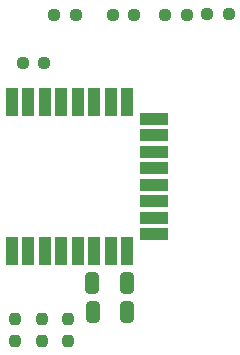
<source format=gtp>
%TF.GenerationSoftware,KiCad,Pcbnew,7.0.10*%
%TF.CreationDate,2024-03-15T22:51:05-04:00*%
%TF.ProjectId,DW1000 BU-01,44573130-3030-4204-9255-2d30312e6b69,rev?*%
%TF.SameCoordinates,Original*%
%TF.FileFunction,Paste,Top*%
%TF.FilePolarity,Positive*%
%FSLAX46Y46*%
G04 Gerber Fmt 4.6, Leading zero omitted, Abs format (unit mm)*
G04 Created by KiCad (PCBNEW 7.0.10) date 2024-03-15 22:51:05*
%MOMM*%
%LPD*%
G01*
G04 APERTURE LIST*
G04 Aperture macros list*
%AMRoundRect*
0 Rectangle with rounded corners*
0 $1 Rounding radius*
0 $2 $3 $4 $5 $6 $7 $8 $9 X,Y pos of 4 corners*
0 Add a 4 corners polygon primitive as box body*
4,1,4,$2,$3,$4,$5,$6,$7,$8,$9,$2,$3,0*
0 Add four circle primitives for the rounded corners*
1,1,$1+$1,$2,$3*
1,1,$1+$1,$4,$5*
1,1,$1+$1,$6,$7*
1,1,$1+$1,$8,$9*
0 Add four rect primitives between the rounded corners*
20,1,$1+$1,$2,$3,$4,$5,0*
20,1,$1+$1,$4,$5,$6,$7,0*
20,1,$1+$1,$6,$7,$8,$9,0*
20,1,$1+$1,$8,$9,$2,$3,0*%
G04 Aperture macros list end*
%ADD10RoundRect,0.237500X0.250000X0.237500X-0.250000X0.237500X-0.250000X-0.237500X0.250000X-0.237500X0*%
%ADD11RoundRect,0.250000X-0.325000X-0.650000X0.325000X-0.650000X0.325000X0.650000X-0.325000X0.650000X0*%
%ADD12RoundRect,0.237500X-0.237500X0.250000X-0.237500X-0.250000X0.237500X-0.250000X0.237500X0.250000X0*%
%ADD13R,1.000000X2.450000*%
%ADD14R,2.450000X1.000000*%
%ADD15RoundRect,0.237500X-0.250000X-0.237500X0.250000X-0.237500X0.250000X0.237500X-0.250000X0.237500X0*%
G04 APERTURE END LIST*
D10*
%TO.C,R5*%
X3198500Y-10160000D03*
X1373500Y-10160000D03*
%TD*%
D11*
%TO.C,C2*%
X7275000Y-28750000D03*
X10225000Y-28750000D03*
%TD*%
%TO.C,C1*%
X7300000Y-31250000D03*
X10250000Y-31250000D03*
%TD*%
D12*
%TO.C,R7*%
X3000000Y-31837500D03*
X3000000Y-33662500D03*
%TD*%
D10*
%TO.C,R3*%
X15287000Y-6096000D03*
X13462000Y-6096000D03*
%TD*%
D13*
%TO.C,DWM1*%
X451200Y-26050000D03*
X1851200Y-26050000D03*
X3251200Y-26050000D03*
X4651200Y-26050000D03*
X6051200Y-26050000D03*
X7451200Y-26050000D03*
X8851200Y-26050000D03*
X10251200Y-26050000D03*
D14*
X12546200Y-24650000D03*
X12546200Y-23250000D03*
X12546200Y-21850000D03*
X12546200Y-20450000D03*
X12546200Y-19050000D03*
X12546200Y-17650000D03*
X12546200Y-16250000D03*
X12546200Y-14850000D03*
D13*
X10250000Y-13450000D03*
X8850000Y-13450000D03*
X7451200Y-13450000D03*
X6051200Y-13450000D03*
X4651200Y-13450000D03*
X3251200Y-13450000D03*
X1851200Y-13450000D03*
X451200Y-13450000D03*
%TD*%
D10*
%TO.C,R2*%
X10818500Y-6096000D03*
X8993500Y-6096000D03*
%TD*%
D15*
%TO.C,R4*%
X16994500Y-6000000D03*
X18819500Y-6000000D03*
%TD*%
D10*
%TO.C,R1*%
X5865500Y-6096000D03*
X4040500Y-6096000D03*
%TD*%
D12*
%TO.C,R6*%
X750000Y-31837500D03*
X750000Y-33662500D03*
%TD*%
%TO.C,R8*%
X5250000Y-31837500D03*
X5250000Y-33662500D03*
%TD*%
M02*

</source>
